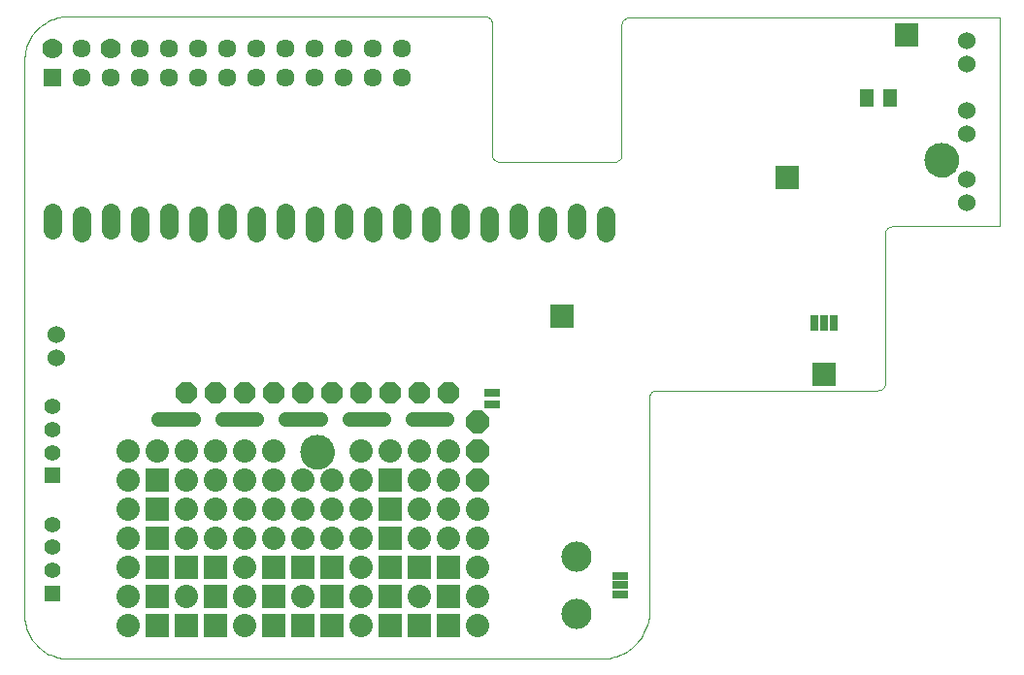
<source format=gbs>
G75*
G70*
%OFA0B0*%
%FSLAX24Y24*%
%IPPOS*%
%LPD*%
%AMOC8*
5,1,8,0,0,1.08239X$1,22.5*
%
%ADD10R,0.0450X0.0600*%
%ADD11C,0.0500*%
%ADD12C,0.0000*%
%ADD13R,0.0634X0.0634*%
%ADD14C,0.0700*%
%ADD15C,0.0634*%
%ADD16C,0.1182*%
%ADD17C,0.0600*%
%ADD18R,0.0555X0.0555*%
%ADD19C,0.0555*%
%ADD20C,0.0640*%
%ADD21OC8,0.0740*%
%ADD22C,0.1040*%
%ADD23R,0.0840X0.0840*%
%ADD24R,0.0540X0.0290*%
%ADD25R,0.0290X0.0540*%
%ADD26C,0.0800*%
%ADD27R,0.0800X0.0800*%
%ADD28OC8,0.0800*%
D10*
X035799Y020724D03*
X036599Y020724D03*
D11*
X021374Y009674D02*
X020194Y009674D01*
X019194Y009674D02*
X018014Y009674D01*
X017014Y009674D02*
X015834Y009674D01*
X014834Y009674D02*
X013654Y009674D01*
X012654Y009674D02*
X011474Y009674D01*
D12*
X006865Y002944D02*
X006873Y022025D01*
X006875Y022101D01*
X006881Y022176D01*
X006890Y022252D01*
X006904Y022326D01*
X006921Y022400D01*
X006942Y022473D01*
X006967Y022545D01*
X006995Y022616D01*
X007026Y022685D01*
X007062Y022752D01*
X007100Y022818D01*
X007142Y022881D01*
X007187Y022942D01*
X007235Y023001D01*
X007286Y023058D01*
X007340Y023111D01*
X007396Y023162D01*
X007455Y023210D01*
X007516Y023255D01*
X007580Y023297D01*
X007645Y023336D01*
X007712Y023371D01*
X007782Y023402D01*
X007852Y023431D01*
X007924Y023455D01*
X007997Y023476D01*
X008071Y023493D01*
X008146Y023507D01*
X008221Y023516D01*
X008297Y023522D01*
X008373Y023524D01*
X022674Y023524D01*
X022704Y023522D01*
X022734Y023517D01*
X022763Y023508D01*
X022790Y023495D01*
X022816Y023480D01*
X022840Y023461D01*
X022861Y023440D01*
X022880Y023416D01*
X022895Y023390D01*
X022908Y023363D01*
X022917Y023334D01*
X022922Y023304D01*
X022924Y023274D01*
X022924Y018774D01*
X022926Y018744D01*
X022931Y018714D01*
X022940Y018685D01*
X022953Y018658D01*
X022968Y018632D01*
X022987Y018608D01*
X023008Y018587D01*
X023032Y018568D01*
X023058Y018553D01*
X023085Y018540D01*
X023114Y018531D01*
X023144Y018526D01*
X023174Y018524D01*
X027124Y018524D01*
X027154Y018526D01*
X027184Y018531D01*
X027213Y018540D01*
X027240Y018553D01*
X027266Y018568D01*
X027290Y018587D01*
X027311Y018608D01*
X027330Y018632D01*
X027345Y018658D01*
X027358Y018685D01*
X027367Y018714D01*
X027372Y018744D01*
X027374Y018774D01*
X027374Y023225D01*
X027376Y023255D01*
X027381Y023285D01*
X027390Y023314D01*
X027403Y023341D01*
X027418Y023367D01*
X027437Y023391D01*
X027458Y023412D01*
X027482Y023431D01*
X027508Y023446D01*
X027535Y023459D01*
X027564Y023468D01*
X027594Y023473D01*
X027624Y023475D01*
X040364Y023484D01*
X040364Y016304D01*
X036674Y016304D01*
X036644Y016302D01*
X036614Y016297D01*
X036585Y016288D01*
X036558Y016275D01*
X036532Y016260D01*
X036508Y016241D01*
X036487Y016220D01*
X036468Y016196D01*
X036453Y016170D01*
X036440Y016143D01*
X036431Y016114D01*
X036426Y016084D01*
X036424Y016054D01*
X036424Y010914D01*
X036422Y010884D01*
X036417Y010854D01*
X036408Y010825D01*
X036395Y010798D01*
X036380Y010772D01*
X036361Y010748D01*
X036340Y010727D01*
X036316Y010708D01*
X036290Y010693D01*
X036263Y010680D01*
X036234Y010671D01*
X036204Y010666D01*
X036174Y010664D01*
X028574Y010664D01*
X028544Y010662D01*
X028514Y010657D01*
X028485Y010648D01*
X028458Y010635D01*
X028432Y010620D01*
X028408Y010601D01*
X028387Y010580D01*
X028368Y010556D01*
X028353Y010530D01*
X028340Y010503D01*
X028331Y010474D01*
X028326Y010444D01*
X028324Y010414D01*
X028324Y002944D01*
X028314Y002865D01*
X028301Y002786D01*
X028283Y002708D01*
X028262Y002631D01*
X028237Y002555D01*
X028209Y002480D01*
X028177Y002407D01*
X028142Y002335D01*
X028103Y002265D01*
X028061Y002197D01*
X028016Y002132D01*
X027967Y002068D01*
X027916Y002007D01*
X027862Y001948D01*
X027805Y001892D01*
X027746Y001838D01*
X027684Y001788D01*
X027619Y001740D01*
X027553Y001696D01*
X027484Y001655D01*
X027414Y001617D01*
X027342Y001582D01*
X027268Y001551D01*
X027193Y001524D01*
X027117Y001500D01*
X027040Y001480D01*
X026961Y001463D01*
X026883Y001451D01*
X026803Y001442D01*
X026723Y001436D01*
X026644Y001435D01*
X026564Y001437D01*
X026484Y001444D01*
X008365Y001444D01*
X008289Y001446D01*
X008213Y001452D01*
X008138Y001461D01*
X008063Y001475D01*
X007989Y001492D01*
X007916Y001513D01*
X007844Y001537D01*
X007774Y001566D01*
X007705Y001597D01*
X007637Y001632D01*
X007572Y001671D01*
X007508Y001713D01*
X007447Y001758D01*
X007388Y001806D01*
X007332Y001857D01*
X007278Y001910D01*
X007227Y001967D01*
X007179Y002026D01*
X007134Y002087D01*
X007092Y002150D01*
X007054Y002216D01*
X007018Y002283D01*
X006987Y002352D01*
X006958Y002423D01*
X006934Y002495D01*
X006913Y002568D01*
X006896Y002642D01*
X006882Y002716D01*
X006873Y002792D01*
X006867Y002868D01*
X006865Y002944D01*
X016347Y008543D02*
X016349Y008590D01*
X016355Y008637D01*
X016364Y008683D01*
X016378Y008728D01*
X016395Y008772D01*
X016416Y008815D01*
X016440Y008855D01*
X016467Y008894D01*
X016498Y008930D01*
X016531Y008963D01*
X016567Y008994D01*
X016606Y009021D01*
X016646Y009045D01*
X016689Y009066D01*
X016733Y009083D01*
X016778Y009097D01*
X016824Y009106D01*
X016871Y009112D01*
X016918Y009114D01*
X016965Y009112D01*
X017012Y009106D01*
X017058Y009097D01*
X017103Y009083D01*
X017147Y009066D01*
X017190Y009045D01*
X017230Y009021D01*
X017269Y008994D01*
X017305Y008963D01*
X017338Y008930D01*
X017369Y008894D01*
X017396Y008855D01*
X017420Y008815D01*
X017441Y008772D01*
X017458Y008728D01*
X017472Y008683D01*
X017481Y008637D01*
X017487Y008590D01*
X017489Y008543D01*
X017487Y008496D01*
X017481Y008449D01*
X017472Y008403D01*
X017458Y008358D01*
X017441Y008314D01*
X017420Y008271D01*
X017396Y008231D01*
X017369Y008192D01*
X017338Y008156D01*
X017305Y008123D01*
X017269Y008092D01*
X017230Y008065D01*
X017190Y008041D01*
X017147Y008020D01*
X017103Y008003D01*
X017058Y007989D01*
X017012Y007980D01*
X016965Y007974D01*
X016918Y007972D01*
X016871Y007974D01*
X016824Y007980D01*
X016778Y007989D01*
X016733Y008003D01*
X016689Y008020D01*
X016646Y008041D01*
X016606Y008065D01*
X016567Y008092D01*
X016531Y008123D01*
X016498Y008156D01*
X016467Y008192D01*
X016440Y008231D01*
X016416Y008271D01*
X016395Y008314D01*
X016378Y008358D01*
X016364Y008403D01*
X016355Y008449D01*
X016349Y008496D01*
X016347Y008543D01*
X037792Y018586D02*
X037794Y018633D01*
X037800Y018680D01*
X037809Y018726D01*
X037823Y018771D01*
X037840Y018815D01*
X037861Y018858D01*
X037885Y018898D01*
X037912Y018937D01*
X037943Y018973D01*
X037976Y019006D01*
X038012Y019037D01*
X038051Y019064D01*
X038091Y019088D01*
X038134Y019109D01*
X038178Y019126D01*
X038223Y019140D01*
X038269Y019149D01*
X038316Y019155D01*
X038363Y019157D01*
X038410Y019155D01*
X038457Y019149D01*
X038503Y019140D01*
X038548Y019126D01*
X038592Y019109D01*
X038635Y019088D01*
X038675Y019064D01*
X038714Y019037D01*
X038750Y019006D01*
X038783Y018973D01*
X038814Y018937D01*
X038841Y018898D01*
X038865Y018858D01*
X038886Y018815D01*
X038903Y018771D01*
X038917Y018726D01*
X038926Y018680D01*
X038932Y018633D01*
X038934Y018586D01*
X038932Y018539D01*
X038926Y018492D01*
X038917Y018446D01*
X038903Y018401D01*
X038886Y018357D01*
X038865Y018314D01*
X038841Y018274D01*
X038814Y018235D01*
X038783Y018199D01*
X038750Y018166D01*
X038714Y018135D01*
X038675Y018108D01*
X038635Y018084D01*
X038592Y018063D01*
X038548Y018046D01*
X038503Y018032D01*
X038457Y018023D01*
X038410Y018017D01*
X038363Y018015D01*
X038316Y018017D01*
X038269Y018023D01*
X038223Y018032D01*
X038178Y018046D01*
X038134Y018063D01*
X038091Y018084D01*
X038051Y018108D01*
X038012Y018135D01*
X037976Y018166D01*
X037943Y018199D01*
X037912Y018235D01*
X037885Y018274D01*
X037861Y018314D01*
X037840Y018357D01*
X037823Y018401D01*
X037809Y018446D01*
X037800Y018492D01*
X037794Y018539D01*
X037792Y018586D01*
D13*
X007824Y021424D03*
D14*
X007824Y022424D03*
X009824Y022424D03*
D15*
X010824Y022424D03*
X011824Y022424D03*
X012824Y022424D03*
X013824Y022424D03*
X014824Y022424D03*
X015824Y022424D03*
X016824Y022424D03*
X017824Y022424D03*
X018824Y022424D03*
X019824Y022424D03*
X019824Y021424D03*
X018824Y021424D03*
X017824Y021424D03*
X016824Y021424D03*
X015824Y021424D03*
X014824Y021424D03*
X013824Y021424D03*
X012824Y021424D03*
X011824Y021424D03*
X010824Y021424D03*
X009824Y021424D03*
X008824Y021424D03*
X008824Y022424D03*
D16*
X016918Y008543D03*
X038363Y018586D03*
D17*
X039224Y017918D03*
X039224Y017131D03*
X039224Y019481D03*
X039224Y020268D03*
X039224Y021881D03*
X039224Y022668D03*
X007974Y012568D03*
X007974Y011781D03*
D18*
X007824Y007743D03*
X007824Y003693D03*
D19*
X007824Y004481D03*
X007824Y005268D03*
X007824Y006056D03*
X007824Y008531D03*
X007824Y009318D03*
X007824Y010106D03*
D20*
X008824Y016074D02*
X008824Y016674D01*
X007824Y016774D02*
X007824Y016174D01*
X009824Y016174D02*
X009824Y016774D01*
X010824Y016674D02*
X010824Y016074D01*
X011824Y016174D02*
X011824Y016774D01*
X012824Y016674D02*
X012824Y016074D01*
X013824Y016174D02*
X013824Y016774D01*
X014824Y016674D02*
X014824Y016074D01*
X015824Y016174D02*
X015824Y016774D01*
X016824Y016674D02*
X016824Y016074D01*
X017824Y016174D02*
X017824Y016774D01*
X018824Y016674D02*
X018824Y016074D01*
X019824Y016174D02*
X019824Y016774D01*
X020824Y016674D02*
X020824Y016074D01*
X021824Y016174D02*
X021824Y016774D01*
X022824Y016674D02*
X022824Y016074D01*
X023824Y016174D02*
X023824Y016774D01*
X024824Y016674D02*
X024824Y016074D01*
X025824Y016174D02*
X025824Y016774D01*
X026824Y016674D02*
X026824Y016074D01*
D21*
X021424Y010574D03*
X020424Y010574D03*
X019424Y010574D03*
X018424Y010574D03*
X017424Y010574D03*
X016424Y010574D03*
X015424Y010574D03*
X014424Y010574D03*
X013424Y010574D03*
X012424Y010574D03*
D22*
X025824Y004959D03*
X025824Y002990D03*
D23*
X034324Y011224D03*
X025324Y013224D03*
X033074Y017974D03*
X037174Y022874D03*
D24*
X022924Y010574D03*
X022924Y010174D03*
X027324Y004294D03*
X027324Y003974D03*
X027324Y003654D03*
D25*
X034004Y012974D03*
X034324Y012974D03*
X034644Y012974D03*
D26*
X022424Y006574D03*
X021424Y006574D03*
X020424Y006574D03*
X020424Y005574D03*
X021424Y005574D03*
X022424Y005574D03*
X022424Y004574D03*
X022424Y003574D03*
X022424Y002574D03*
X020424Y003574D03*
X018424Y003574D03*
X018424Y004574D03*
X018424Y005574D03*
X017424Y005574D03*
X016424Y005574D03*
X015424Y005574D03*
X014424Y005574D03*
X013424Y005574D03*
X012424Y005574D03*
X012424Y006574D03*
X013424Y006574D03*
X014424Y006574D03*
X015424Y006574D03*
X016424Y006574D03*
X017424Y006574D03*
X018424Y006574D03*
X018424Y007574D03*
X017424Y007574D03*
X016424Y007574D03*
X015424Y007574D03*
X014424Y007574D03*
X013424Y007574D03*
X012424Y007574D03*
X012424Y008574D03*
X013424Y008574D03*
X014424Y008574D03*
X015424Y008574D03*
X018424Y008574D03*
X019424Y008574D03*
X020424Y008574D03*
X021424Y008574D03*
X021424Y007574D03*
X020424Y007574D03*
X014424Y004574D03*
X014424Y003574D03*
X014424Y002574D03*
X012424Y003574D03*
X010424Y003574D03*
X010424Y004574D03*
X010424Y005574D03*
X010424Y006574D03*
X010424Y007574D03*
X010424Y008574D03*
X011424Y008574D03*
X016424Y003574D03*
X018424Y002574D03*
X010424Y002574D03*
D27*
X011424Y002574D03*
X012424Y002574D03*
X013424Y002574D03*
X013424Y003574D03*
X013424Y004574D03*
X012424Y004574D03*
X011424Y004574D03*
X011424Y003574D03*
X011424Y005574D03*
X011424Y006574D03*
X011424Y007574D03*
X015424Y004574D03*
X015424Y003574D03*
X016424Y004574D03*
X017424Y004574D03*
X017424Y003574D03*
X017424Y002574D03*
X016424Y002574D03*
X015424Y002574D03*
X019424Y002574D03*
X020424Y002574D03*
X021424Y002574D03*
X021424Y003574D03*
X021424Y004574D03*
X020424Y004574D03*
X019424Y004574D03*
X019424Y003574D03*
X019424Y005574D03*
X019424Y006574D03*
X019424Y007574D03*
D28*
X022424Y007574D03*
X022424Y008574D03*
X022424Y009574D03*
M02*

</source>
